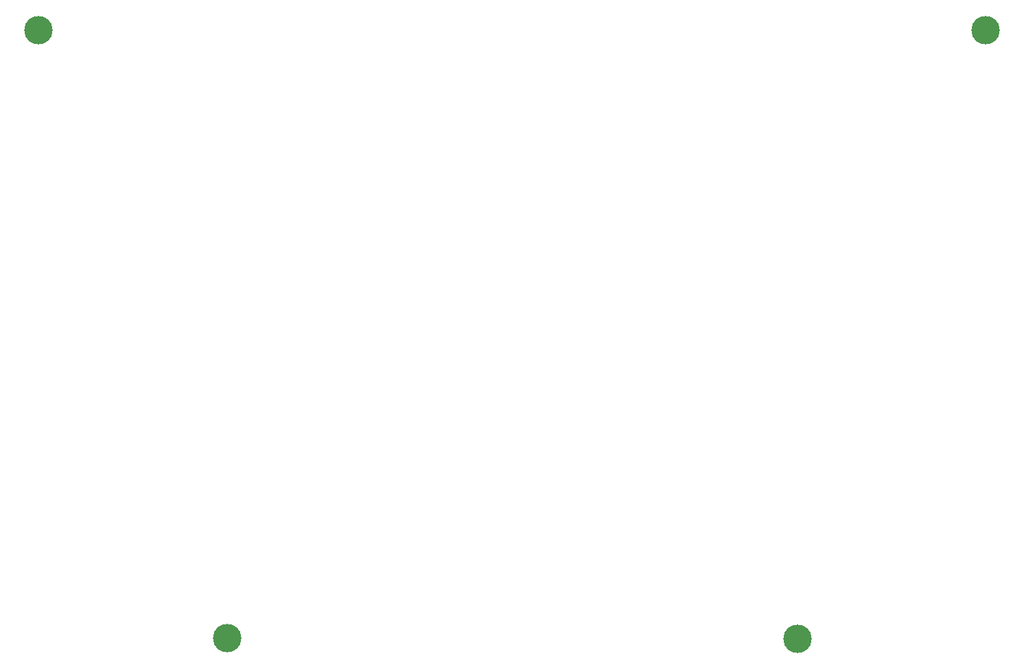
<source format=gbr>
%TF.GenerationSoftware,KiCad,Pcbnew,(6.0.7)*%
%TF.CreationDate,2023-11-07T16:40:30+11:00*%
%TF.ProjectId,Ekoplasm Kicad,456b6f70-6c61-4736-9d20-4b696361642e,rev?*%
%TF.SameCoordinates,Original*%
%TF.FileFunction,Soldermask,Top*%
%TF.FilePolarity,Negative*%
%FSLAX46Y46*%
G04 Gerber Fmt 4.6, Leading zero omitted, Abs format (unit mm)*
G04 Created by KiCad (PCBNEW (6.0.7)) date 2023-11-07 16:40:30*
%MOMM*%
%LPD*%
G01*
G04 APERTURE LIST*
%ADD10C,3.500000*%
G04 APERTURE END LIST*
D10*
%TO.C,H2*%
X367766000Y-176992000D03*
%TD*%
%TO.C,H2*%
X250926000Y-176992000D03*
%TD*%
%TO.C,H2*%
X274167000Y-252049000D03*
%TD*%
%TO.C,H2*%
X344525000Y-252125200D03*
%TD*%
M02*

</source>
